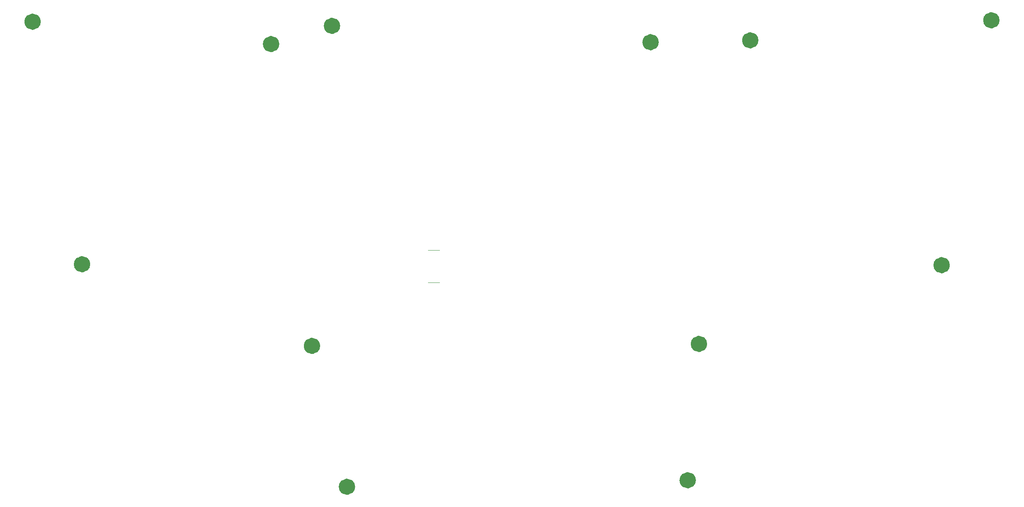
<source format=gbr>
%TF.GenerationSoftware,KiCad,Pcbnew,7.0.2*%
%TF.CreationDate,2024-07-27T16:15:35+02:00*%
%TF.ProjectId,Ghazal,4768617a-616c-42e6-9b69-6361645f7063,rev?*%
%TF.SameCoordinates,Original*%
%TF.FileFunction,Other,Comment*%
%FSLAX46Y46*%
G04 Gerber Fmt 4.6, Leading zero omitted, Abs format (unit mm)*
G04 Created by KiCad (PCBNEW 7.0.2) date 2024-07-27 16:15:35*
%MOMM*%
%LPD*%
G01*
G04 APERTURE LIST*
%ADD10C,1.750000*%
%ADD11C,0.120000*%
G04 APERTURE END LIST*
%TO.C,H11*%
D10*
X115723000Y-139840000D02*
G75*
G03*
X115723000Y-139840000I-875000J0D01*
G01*
%TO.C,H8*%
X253773000Y-39740000D02*
G75*
G03*
X253773000Y-39740000I-875000J0D01*
G01*
%TO.C,H3*%
X191130628Y-109185509D02*
G75*
G03*
X191130628Y-109185509I-875000J0D01*
G01*
%TO.C,H6*%
X99473000Y-44840000D02*
G75*
G03*
X99473000Y-44840000I-875000J0D01*
G01*
%TO.C,H12*%
X112523000Y-40940000D02*
G75*
G03*
X112523000Y-40940000I-875000J0D01*
G01*
%TO.C,H2*%
X108229603Y-109610727D02*
G75*
G03*
X108229603Y-109610727I-875000J0D01*
G01*
%TO.C,H10*%
X188723000Y-138440000D02*
G75*
G03*
X188723000Y-138440000I-875000J0D01*
G01*
%TO.C,H9*%
X180773000Y-44440000D02*
G75*
G03*
X180773000Y-44440000I-875000J0D01*
G01*
%TO.C,H1*%
X58973000Y-92090000D02*
G75*
G03*
X58973000Y-92090000I-875000J0D01*
G01*
%TO.C,H7*%
X202123000Y-44040000D02*
G75*
G03*
X202123000Y-44040000I-875000J0D01*
G01*
%TO.C,H5*%
X48373000Y-40040000D02*
G75*
G03*
X48373000Y-40040000I-875000J0D01*
G01*
%TO.C,H4*%
X243123000Y-92290000D02*
G75*
G03*
X243123000Y-92290000I-875000J0D01*
G01*
D11*
%TO.C,J1*%
X132198000Y-89040000D02*
X134698000Y-89040000D01*
X132198000Y-96040000D02*
X134698000Y-96040000D01*
%TD*%
M02*

</source>
